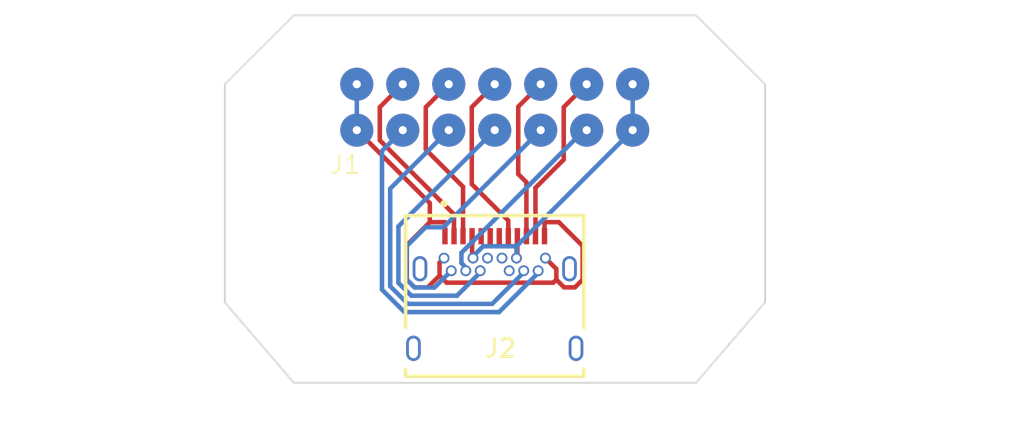
<source format=kicad_pcb>
(kicad_pcb (version 20221018) (generator pcbnew)
  (layers (0 "F.Cu" signal) (31 "B.Cu" signal) (34 "B.Paste" user) (35 "F.Paste" user) (36 "B.SilkS" user "B.Silkscreen") (37 "F.SilkS" user "F.Silkscreen") (38 "B.Mask" user) (39 "F.Mask" user) (44 "Edge.Cuts" user))
  (net 0 "")
  (net 1 "/GND")
  (net 2 "/CAN0_H")
  (net 3 "/CAN0_L")
  (net 4 "/VIN")
  (net 8 "/SBU1")
  (net 9 "/CAN1_L")
  (net 10 "/CAN1_H")
  (net 11 "/CAN2_H")
  (net 12 "/CAN2_L")
  (net 16 "/SBU2")
  (net 17 "/CAN3_L")
  (net 18 "/CAN3_H")
  (footprint "MountingHole:MountingHole_2mm" (layer "F.Cu") (at 152.4 81.28)
    (fp_text reference "top_right" hide)
    (fp_text value "MountingHole_2mm")
    (pad "" np_thru_hole circle (at 0 0) (size 2 2) (drill 2) (layers "*.Cu" "*.Mask"))
  )
  (footprint "MountingHole:MountingHole_2mm" (layer "F.Cu") (at 150.495 91.44)
    (fp_text reference "bottom_right" hide)
    (fp_text value "MountingHole_2mm")
    (pad "" np_thru_hole circle (at 0 0) (size 2 2) (drill 2) (layers "F&B.Cu" "*.Mask"))
  )
  (footprint "CommaPogo_Library:GCT_USB4056-03-A_REVA2" (layer "F.Cu") (at 140.005 93.98)
    (fp_text reference "J2" (at 0.3175 0) (layer "F.SilkS"))
    (fp_text value "Conn_02x12_Row_Letter_Last")
    (fp_line (start -4.925 -7.34) (end -4.925 -1.15) (stroke (width 0.2)) (layer "F.SilkS"))
    (fp_line (start -4.925 -7.34) (end 4.925 -7.34) (stroke (width 0.2)) (layer "F.SilkS"))
    (fp_line (start -4.925 1.55) (end -4.925 1.15) (stroke (width 0.2)) (layer "F.SilkS"))
    (fp_line (start -4.925 1.55) (end 4.925 1.55) (stroke (width 0.2)) (layer "F.SilkS"))
    (fp_line (start 4.925 -1.15) (end 4.925 -7.34) (stroke (width 0.2)) (layer "F.SilkS"))
    (fp_line (start 4.925 1.55) (end 4.925 1.15) (stroke (width 0.2)) (layer "F.SilkS"))
    (fp_circle (center -2.8 -8) (end -2.7 -8) (stroke (width 0.2)) (fill none) (layer "F.SilkS"))
    (fp_line (start 3.45 -5.965) (end 3.75 -5.965) (stroke (width 0.01)) (layer "Edge.Cuts"))
    (fp_line (start 3.75 -5.315) (end 3.45 -5.315) (stroke (width 0.01)) (layer "Edge.Cuts"))
    (fp_arc (start 3.125 -5.64) (mid 3.22019 -5.86981) (end 3.45 -5.965) (stroke (width 0.01)) (layer "Edge.Cuts"))
    (fp_arc (start 3.45 -5.315) (mid 3.22019 -5.41019) (end 3.125 -5.64) (stroke (width 0.01)) (layer "Edge.Cuts"))
    (fp_arc (start 3.75 -5.965) (mid 3.97981 -5.86981) (end 4.075 -5.64) (stroke (width 0.01)) (layer "Edge.Cuts"))
    (fp_arc (start 4.075 -5.64) (mid 3.97981 -5.41019) (end 3.75 -5.315) (stroke (width 0.01)) (layer "Edge.Cuts"))
    (pad "" np_thru_hole circle (at -3.6 -5.64) (size 0.65 0.65) (drill 0.65) (layers "*.Cu" "*.Mask"))
    (pad "" np_thru_hole circle (at 3.6 -5.64) (size 0.65 0.65) (drill 0.65) (layers "*.Cu" "*.Mask"))
    (pad "A1" smd rect (at -2.75 -6.2) (size 0.3 0.9) (layers "F.Cu" "F.Paste" "F.Mask") (net 1 "/GND"))
    (pad "A2" smd rect (at -2.25 -6.2) (size 0.3 0.9) (layers "F.Cu" "F.Paste" "F.Mask") (net 2 "/CAN0_H"))
    (pad "A3" smd rect (at -1.75 -6.2) (size 0.3 0.9) (layers "F.Cu" "F.Paste" "F.Mask") (net 3 "/CAN0_L"))
    (pad "A4" smd rect (at -1.25 -6.2) (size 0.3 0.9) (layers "F.Cu" "F.Paste" "F.Mask") (net 4 "/VIN"))
    (pad "A5" smd rect (at -0.75 -6.2) (size 0.3 0.9) (layers "F.Cu" "F.Paste" "F.Mask"))
    (pad "A6" smd rect (at -0.25 -6.2) (size 0.3 0.9) (layers "F.Cu" "F.Paste" "F.Mask"))
    (pad "A7" smd rect (at 0.25 -6.2) (size 0.3 0.9) (layers "F.Cu" "F.Paste" "F.Mask"))
    (pad "A8" smd rect (at 0.75 -6.2) (size 0.3 0.9) (layers "F.Cu" "F.Paste" "F.Mask") (net 8 "/SBU1"))
    (pad "A9" smd rect (at 1.25 -6.2) (size 0.3 0.9) (layers "F.Cu" "F.Paste" "F.Mask") (net 4 "/VIN"))
    (pad "A10" smd rect (at 1.75 -6.2) (size 0.3 0.9) (layers "F.Cu" "F.Paste" "F.Mask") (net 9 "/CAN1_L"))
    (pad "A11" smd rect (at 2.25 -6.2) (size 0.3 0.9) (layers "F.Cu" "F.Paste" "F.Mask") (net 10 "/CAN1_H"))
    (pad "A12" smd rect (at 2.75 -6.2) (size 0.3 0.9) (layers "F.Cu" "F.Paste" "F.Mask") (net 1 "/GND"))
    (pad "B1" thru_hole circle (at 2.8 -4.99) (size 0.6 0.6) (drill 0.4) (layers "*.Cu" "*.Mask") (net 1 "/GND"))
    (pad "B2" thru_hole circle (at 2.4 -4.29) (size 0.6 0.6) (drill 0.4) (layers "*.Cu" "*.Mask") (net 11 "/CAN2_H"))
    (pad "B3" thru_hole circle (at 1.6 -4.29) (size 0.6 0.6) (drill 0.4) (layers "*.Cu" "*.Mask") (net 12 "/CAN2_L"))
    (pad "B4" thru_hole circle (at 1.2 -4.99) (size 0.6 0.6) (drill 0.4) (layers "*.Cu" "*.Mask") (net 4 "/VIN"))
    (pad "B5" thru_hole circle (at 0.8 -4.29) (size 0.6 0.6) (drill 0.4) (layers "*.Cu" "*.Mask"))
    (pad "B6" thru_hole circle (at 0.4 -4.99) (size 0.6 0.6) (drill 0.4) (layers "*.Cu" "*.Mask"))
    (pad "B7" thru_hole circle (at -0.4 -4.99) (size 0.6 0.6) (drill 0.4) (layers "*.Cu" "*.Mask"))
    (pad "B8" thru_hole circle (at -0.8 -4.29) (size 0.6 0.6) (drill 0.4) (layers "*.Cu" "*.Mask") (net 16 "/SBU2"))
    (pad "B9" thru_hole circle (at -1.2 -4.99) (size 0.6 0.6) (drill 0.4) (layers "*.Cu" "*.Mask") (net 4 "/VIN"))
    (pad "B10" thru_hole circle (at -1.6 -4.29) (size 0.6 0.6) (drill 0.4) (layers "*.Cu" "*.Mask") (net 17 "/CAN3_L"))
    (pad "B11" thru_hole circle (at -2.4 -4.29) (size 0.6 0.6) (drill 0.4) (layers "*.Cu" "*.Mask") (net 18 "/CAN3_H"))
    (pad "B12" thru_hole circle (at -2.8 -4.99) (size 0.6 0.6) (drill 0.4) (layers "*.Cu" "*.Mask") (net 1 "/GND"))
    (pad "S1" thru_hole oval (at -4.13 -4.4) (size 0.8 1.4) (drill oval 0.5 1.1) (layers "*.Cu" "*.Mask"))
    (pad "S2" thru_hole oval (at 4.13 -4.4) (size 0.8 1.4) (drill oval 0.5 1.1) (layers "*.Cu" "*.Mask"))
    (pad "S3" thru_hole oval (at -4.49 0) (size 0.8 1.4) (drill oval 0.5 1.1) (layers "*.Cu" "*.Mask"))
    (pad "S4" thru_hole oval (at 4.49 0) (size 0.8 1.4) (drill oval 0.5 1.1) (layers "*.Cu" "*.Mask"))
  )
  (footprint "MountingHole:MountingHole_2mm" (layer "F.Cu") (at 127.635 81.28)
    (fp_text reference "top_left" hide)
    (fp_text value "MountingHole_2mm")
    (pad "" np_thru_hole circle (at 0 0) (size 2 2) (drill 2) (layers "*.Cu" "*.Mask"))
  )
  (footprint "MountingHole:MountingHole_2mm" (layer "F.Cu") (at 129.54 91.44)
    (fp_text reference "bottom_left" hide)
    (fp_text value "MountingHole_2mm")
    (pad "" np_thru_hole circle (at 0 0) (size 2 2) (drill 2) (layers "F&B.Cu" "*.Mask"))
  )
  (footprint "CommaPogo_Library:2x7_Pogo_Male" (layer "F.Cu") (at 140.005 83.82)
    (fp_text reference "J1" (at -8.255 0 unlocked) (layer "F.SilkS") (effects (font (thickness 0.1))))
    (fp_text value "Conn_02x07_Row_Letter_Last")
    (pad "1" thru_hole circle (at -7.62 -4.445) (size 1.8288 1.8288) (drill 0.45) (layers "*.Cu" "*.Mask") (net 1 "/GND"))
    (pad "2" thru_hole circle (at -5.08 -4.445) (size 1.8288 1.8288) (drill 0.45) (layers "*.Cu" "*.Mask") (net 2 "/CAN0_H"))
    (pad "3" thru_hole circle (at -2.54 -4.445) (size 1.8288 1.8288) (drill 0.45) (layers "*.Cu" "*.Mask") (net 3 "/CAN0_L"))
    (pad "4" thru_hole circle (at 0 -4.445) (size 1.8288 1.8288) (drill 0.45) (layers "*.Cu" "*.Mask") (net 8 "/SBU1"))
    (pad "5" thru_hole circle (at 2.54 -4.445) (size 1.8288 1.8288) (drill 0.45) (layers "*.Cu" "*.Mask") (net 9 "/CAN1_L"))
    (pad "6" thru_hole circle (at 5.08 -4.445) (size 1.8288 1.8288) (drill 0.45) (layers "*.Cu" "*.Mask") (net 10 "/CAN1_H"))
    (pad "7" thru_hole circle (at 7.62 -4.445) (size 1.8288 1.8288) (drill 0.45) (layers "*.Cu" "*.Mask") (net 4 "/VIN"))
    (pad "8" thru_hole circle (at -7.62 -1.905) (size 1.8288 1.8288) (drill 0.45) (layers "*.Cu" "*.Mask") (net 1 "/GND"))
    (pad "9" thru_hole circle (at -5.08 -1.905) (size 1.8288 1.8288) (drill 0.45) (layers "*.Cu" "*.Mask") (net 11 "/CAN2_H"))
    (pad "10" thru_hole circle (at -2.54 -1.905) (size 1.8288 1.8288) (drill 0.45) (layers "*.Cu" "*.Mask") (net 12 "/CAN2_L"))
    (pad "11" thru_hole circle (at 0 -1.905) (size 1.8288 1.8288) (drill 0.45) (layers "*.Cu" "*.Mask") (net 16 "/SBU2"))
    (pad "12" thru_hole circle (at 2.54 -1.905) (size 1.8288 1.8288) (drill 0.45) (layers "*.Cu" "*.Mask") (net 18 "/CAN3_H"))
    (pad "13" thru_hole circle (at 5.08 -1.905) (size 1.8288 1.8288) (drill 0.45) (layers "*.Cu" "*.Mask") (net 17 "/CAN3_L"))
    (pad "14" thru_hole circle (at 7.62 -1.905) (size 1.8288 1.8288) (drill 0.45) (layers "*.Cu" "*.Mask") (net 4 "/VIN"))
  )
  (gr_line (start 151.13 75.565) (end 154.94 79.375) (stroke (width 0.1)) (layer "Edge.Cuts"))
  (gr_line (start 128.905 75.565) (end 151.13 75.565) (stroke (width 0.1)) (layer "Edge.Cuts"))
  (gr_line (start 154.94 79.375) (end 154.94 91.44) (stroke (width 0.1)) (layer "Edge.Cuts"))
  (gr_line (start 125.095 91.44) (end 128.905 95.885) (stroke (width 0.1)) (layer "Edge.Cuts"))
  (gr_line (start 154.94 91.44) (end 151.13 95.885) (stroke (width 0.1)) (layer "Edge.Cuts"))
  (gr_line (start 151.13 95.885) (end 128.905 95.885) (stroke (width 0.1)) (layer "Edge.Cuts"))
  (gr_line (start 125.095 91.44) (end 125.095 79.375) (stroke (width 0.1)) (layer "Edge.Cuts"))
  (gr_line (start 128.905 75.565) (end 125.095 79.375) (stroke (width 0.1)) (layer "Edge.Cuts"))
  (segment (start 136.9559 89.9582) (end 136.9559 89.2391) (width 0.25) (layer "F.Cu") (net 1))
  (segment (start 137.255 87.78) (end 137.255 87.0031) (width 0.25) (layer "F.Cu") (net 1))
  (segment (start 135.5726 90.6096) (end 136.3045 90.6096) (width 0.25) (layer "F.Cu") (net 1))
  (segment (start 136.4179 85.9479) (end 136.4179 87.0031) (width 0.25) (layer "F.Cu") (net 1))
  (segment (start 136.9559 89.2391) (end 137.205 88.99) (width 0.25) (layer "F.Cu") (net 1))
  (segment (start 142.805 88.99) (end 143.4081 89.5931) (width 0.25) (layer "F.Cu") (net 1))
  (segment (start 144.8619 88.3214) (end 143.5436 87.0031) (width 0.25) (layer "F.Cu") (net 1))
  (segment (start 143.2398 90.3494) (end 137.3471 90.3494) (width 0.25) (layer "F.Cu") (net 1))
  (segment (start 135.1474 88.2736) (end 135.1474 90.1844) (width 0.25) (layer "F.Cu") (net 1))
  (segment (start 143.8339 90.6069) (end 144.4361 90.6069) (width 0.25) (layer "F.Cu") (net 1))
  (segment (start 136.4179 87.0031) (end 137.255 87.0031) (width 0.25) (layer "F.Cu") (net 1))
  (segment (start 136.3045 90.6096) (end 136.9559 89.9582) (width 0.25) (layer "F.Cu") (net 1))
  (segment (start 135.1474 90.1844) (end 135.5726 90.6096) (width 0.25) (layer "F.Cu") (net 1))
  (segment (start 144.8619 90.1811) (end 144.8619 88.3214) (width 0.25) (layer "F.Cu") (net 1))
  (segment (start 143.5436 87.0031) (end 142.755 87.0031) (width 0.25) (layer "F.Cu") (net 1))
  (segment (start 143.4081 90.1811) (end 143.2398 90.3494) (width 0.25) (layer "F.Cu") (net 1))
  (segment (start 137.3471 90.3494) (end 136.9559 89.9582) (width 0.25) (layer "F.Cu") (net 1))
  (segment (start 143.4081 89.5931) (end 143.4081 90.1811) (width 0.25) (layer "F.Cu") (net 1))
  (segment (start 144.4361 90.6069) (end 144.8619 90.1811) (width 0.25) (layer "F.Cu") (net 1))
  (segment (start 143.4081 90.1811) (end 143.8339 90.6069) (width 0.25) (layer "F.Cu") (net 1))
  (segment (start 132.385 81.915) (end 136.4179 85.9479) (width 0.25) (layer "F.Cu") (net 1))
  (segment (start 136.4179 87.0031) (end 135.1474 88.2736) (width 0.25) (layer "F.Cu") (net 1))
  (segment (start 142.755 87.78) (end 142.755 87.0031) (width 0.25) (layer "F.Cu") (net 1))
  (segment (start 132.385 81.915) (end 132.385 79.375) (width 0.25) (layer "B.Cu") (net 1))
  (segment (start 134.925 79.375) (end 133.655 80.645) (width 0.25) (layer "F.Cu") (net 2))
  (segment (start 133.655 80.645) (end 133.655 82.4731) (width 0.25) (layer "F.Cu") (net 2))
  (segment (start 133.655 82.4731) (end 137.755 86.5731) (width 0.25) (layer "F.Cu") (net 2))
  (segment (start 137.755 86.5731) (end 137.755 87.78) (width 0.25) (layer "F.Cu") (net 2))
  (segment (start 136.195 80.645) (end 136.195 82.9844) (width 0.25) (layer "F.Cu") (net 3))
  (segment (start 136.195 82.9844) (end 138.255 85.0444) (width 0.25) (layer "F.Cu") (net 3))
  (segment (start 138.255 85.0444) (end 138.255 87.78) (width 0.25) (layer "F.Cu") (net 3))
  (segment (start 137.465 79.375) (end 136.195 80.645) (width 0.25) (layer "F.Cu") (net 3))
  (segment (start 141.205 88.99) (end 141.255 88.94) (width 0.25) (layer "F.Cu") (net 4))
  (segment (start 138.805 88.99) (end 138.755 88.94) (width 0.25) (layer "F.Cu") (net 4))
  (segment (start 141.255 88.94) (end 141.255 87.78) (width 0.25) (layer "F.Cu") (net 4))
  (segment (start 138.755 88.94) (end 138.755 87.78) (width 0.25) (layer "F.Cu") (net 4))
  (segment (start 147.625 81.915) (end 141.205 88.335) (width 0.25) (layer "B.Cu") (net 4))
  (segment (start 141.205 88.335) (end 141.205 88.99) (width 0.25) (layer "B.Cu") (net 4))
  (segment (start 147.625 79.375) (end 147.625 81.915) (width 0.25) (layer "B.Cu") (net 4))
  (segment (start 138.805 88.8955) (end 139.3655 88.335) (width 0.25) (layer "B.Cu") (net 4))
  (segment (start 139.3655 88.335) (end 141.205 88.335) (width 0.25) (layer "B.Cu") (net 4))
  (segment (start 138.805 88.99) (end 138.805 88.8955) (width 0.25) (layer "B.Cu") (net 4))
  (segment (start 138.735 84.8984) (end 140.755 86.9184) (width 0.25) (layer "F.Cu") (net 8))
  (segment (start 138.735 80.645) (end 138.735 84.8984) (width 0.25) (layer "F.Cu") (net 8))
  (segment (start 140.755 86.9184) (end 140.755 87.78) (width 0.25) (layer "F.Cu") (net 8))
  (segment (start 140.005 79.375) (end 138.735 80.645) (width 0.25) (layer "F.Cu") (net 8))
  (segment (start 141.3037 80.6163) (end 141.3037 84.3431) (width 0.25) (layer "F.Cu") (net 9))
  (segment (start 141.3037 84.3431) (end 141.755 84.7944) (width 0.25) (layer "F.Cu") (net 9))
  (segment (start 142.545 79.375) (end 141.3037 80.6163) (width 0.25) (layer "F.Cu") (net 9))
  (segment (start 141.755 84.7944) (end 141.755 87.78) (width 0.25) (layer "F.Cu") (net 9))
  (segment (start 142.255 85.1043) (end 142.255 87.78) (width 0.25) (layer "F.Cu") (net 10))
  (segment (start 143.815 83.5443) (end 142.255 85.1043) (width 0.25) (layer "F.Cu") (net 10))
  (segment (start 143.815 80.645) (end 143.815 83.5443) (width 0.25) (layer "F.Cu") (net 10))
  (segment (start 145.085 79.375) (end 143.815 80.645) (width 0.25) (layer "F.Cu") (net 10))
  (segment (start 133.7771 83.0629) (end 133.7771 90.7348) (width 0.25) (layer "B.Cu") (net 11))
  (segment (start 142.405 89.8146) (end 142.405 89.69) (width 0.25) (layer "B.Cu") (net 11))
  (segment (start 135.0189 91.9766) (end 140.243 91.9766) (width 0.25) (layer "B.Cu") (net 11))
  (segment (start 133.7771 90.7348) (end 135.0189 91.9766) (width 0.25) (layer "B.Cu") (net 11))
  (segment (start 134.925 81.915) (end 133.7771 83.0629) (width 0.25) (layer "B.Cu") (net 11))
  (segment (start 140.243 91.9766) (end 142.405 89.8146) (width 0.25) (layer "B.Cu") (net 11))
  (segment (start 134.2305 85.1495) (end 134.2305 90.5469) (width 0.25) (layer "B.Cu") (net 12))
  (segment (start 135.2068 91.5232) (end 139.8643 91.5232) (width 0.25) (layer "B.Cu") (net 12))
  (segment (start 141.605 89.7825) (end 141.605 89.69) (width 0.25) (layer "B.Cu") (net 12))
  (segment (start 137.465 81.915) (end 134.2305 85.1495) (width 0.25) (layer "B.Cu") (net 12))
  (segment (start 134.2305 90.5469) (end 135.2068 91.5232) (width 0.25) (layer "B.Cu") (net 12))
  (segment (start 139.8643 91.5232) (end 141.605 89.7825) (width 0.25) (layer "B.Cu") (net 12))
  (segment (start 139.205 89.69) (end 139.205 89.7831) (width 0.25) (layer "B.Cu") (net 16))
  (segment (start 134.6839 90.359) (end 134.6839 87.2361) (width 0.25) (layer "B.Cu") (net 16))
  (segment (start 137.9183 91.0698) (end 135.3947 91.0698) (width 0.25) (layer "B.Cu") (net 16))
  (segment (start 134.6839 87.2361) (end 140.005 81.915) (width 0.25) (layer "B.Cu") (net 16))
  (segment (start 135.3947 91.0698) (end 134.6839 90.359) (width 0.25) (layer "B.Cu") (net 16))
  (segment (start 139.205 89.7831) (end 137.9183 91.0698) (width 0.25) (layer "B.Cu") (net 16))
  (segment (start 138.405 89.5066) (end 138.405 89.69) (width 0.25) (layer "B.Cu") (net 17))
  (segment (start 145.085 81.915) (end 144.9473 81.915) (width 0.25) (layer "B.Cu") (net 17))
  (segment (start 138.1644 89.266) (end 138.405 89.5066) (width 0.25) (layer "B.Cu") (net 17))
  (segment (start 138.1644 88.6979) (end 138.1644 89.266) (width 0.25) (layer "B.Cu") (net 17))
  (segment (start 144.9473 81.915) (end 138.1644 88.6979) (width 0.25) (layer "B.Cu") (net 17))
  (segment (start 135.1358 90.1718) (end 135.1358 88.3333) (width 0.25) (layer "B.Cu") (net 18))
  (segment (start 137.605 89.69) (end 136.6771 90.6179) (width 0.25) (layer "B.Cu") (net 18))
  (segment (start 135.5819 90.6179) (end 135.1358 90.1718) (width 0.25) (layer "B.Cu") (net 18))
  (segment (start 136.6771 90.6179) (end 135.5819 90.6179) (width 0.25) (layer "B.Cu") (net 18))
  (segment (start 135.1358 88.3333) (end 136.1847 87.2844) (width 0.25) (layer "B.Cu") (net 18))
  (segment (start 137.1756 87.2844) (end 142.545 81.915) (width 0.25) (layer "B.Cu") (net 18))
  (segment (start 136.1847 87.2844) (end 137.1756 87.2844) (width 0.25) (layer "B.Cu") (net 18))
)
</source>
